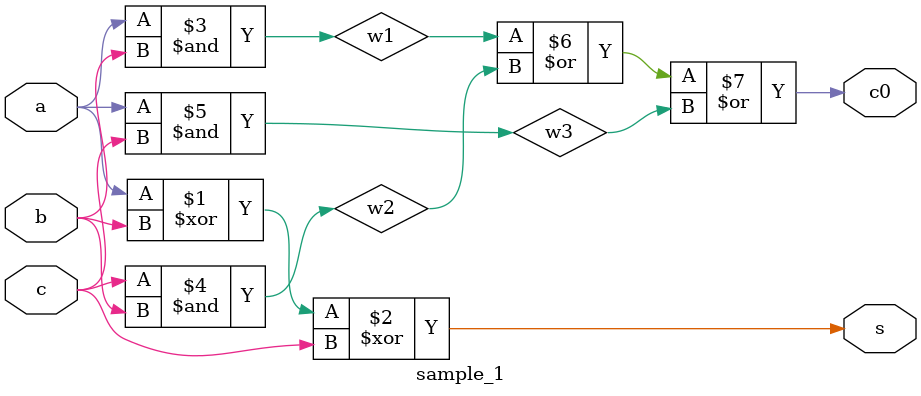
<source format=v>
module sample_1(s,c0,a,b,c);
    output s,c0;
    input a,b,c;
    wire w1,w2,w3;
    xor(s,a,b,c);
    and(w1,a,b);
    and(w2,c,b);
    and(w3,a,c);
    or(c0,w1,w2,w3);
endmodule
</source>
